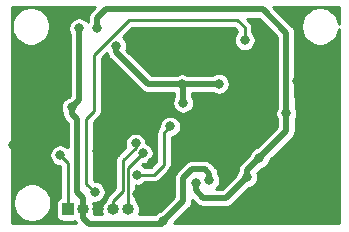
<source format=gbr>
G04 #@! TF.GenerationSoftware,KiCad,Pcbnew,(5.1.4)-1*
G04 #@! TF.CreationDate,2019-11-10T16:51:08-05:00*
G04 #@! TF.ProjectId,UniAmp,556e6941-6d70-42e6-9b69-6361645f7063,rev?*
G04 #@! TF.SameCoordinates,Original*
G04 #@! TF.FileFunction,Copper,L2,Bot*
G04 #@! TF.FilePolarity,Positive*
%FSLAX46Y46*%
G04 Gerber Fmt 4.6, Leading zero omitted, Abs format (unit mm)*
G04 Created by KiCad (PCBNEW (5.1.4)-1) date 2019-11-10 16:51:08*
%MOMM*%
%LPD*%
G04 APERTURE LIST*
%ADD10R,1.000000X1.000000*%
%ADD11O,1.000000X1.000000*%
%ADD12C,0.800000*%
%ADD13C,0.250000*%
%ADD14C,0.500000*%
%ADD15C,0.254000*%
G04 APERTURE END LIST*
D10*
X118360000Y-74230000D03*
D11*
X119630000Y-74230000D03*
X120900000Y-74230000D03*
X122170000Y-74230000D03*
X123440000Y-74230000D03*
D12*
X131120000Y-59720000D03*
X128420000Y-59700000D03*
X132110000Y-74790000D03*
X130860000Y-67940000D03*
X120760000Y-69320000D03*
X136280000Y-74860000D03*
X113690000Y-68780000D03*
X135560000Y-63330000D03*
X140230000Y-68950000D03*
X117350000Y-64620000D03*
X121840000Y-64020000D03*
X125480000Y-70240000D03*
X127250000Y-70870000D03*
X124210000Y-72920000D03*
X117680000Y-58860000D03*
X134920000Y-59930000D03*
X123025000Y-65675000D03*
X137725000Y-63325000D03*
X138150000Y-61275000D03*
X136830000Y-66100000D03*
X129140000Y-72020000D03*
X133500000Y-71500000D03*
X134540000Y-69880000D03*
X120811724Y-58858722D03*
X131120000Y-63600000D03*
X128090000Y-65200000D03*
X127990000Y-63637500D03*
X122430000Y-60380000D03*
X117690000Y-69650000D03*
X124060000Y-68650000D03*
X124670000Y-69480000D03*
X126990000Y-67210000D03*
X124220000Y-71282500D03*
X130300740Y-71770236D03*
X119280000Y-58900000D03*
X126400000Y-75225000D03*
X118650000Y-65600000D03*
X120600000Y-72750000D03*
X133300000Y-59900000D03*
D13*
X120760000Y-67870000D02*
X121690000Y-66940000D01*
X120760000Y-69320000D02*
X120760000Y-67870000D01*
X121690000Y-66940000D02*
X125290000Y-66940000D01*
X125290000Y-66940000D02*
X125720000Y-67370000D01*
X125720000Y-67370000D02*
X125720000Y-70000000D01*
X125720000Y-70000000D02*
X125480000Y-70240000D01*
X137725000Y-63325000D02*
X137725000Y-61700000D01*
X137725000Y-61700000D02*
X138150000Y-61275000D01*
D14*
X129140000Y-72585685D02*
X129814315Y-73260000D01*
X129140000Y-72020000D02*
X129140000Y-72585685D01*
X131740000Y-73260000D02*
X133500000Y-71500000D01*
X129814315Y-73260000D02*
X131740000Y-73260000D01*
X133500000Y-70920000D02*
X134540000Y-69880000D01*
X133500000Y-71500000D02*
X133500000Y-70920000D01*
X136830000Y-67590000D02*
X136830000Y-66100000D01*
X134540000Y-69880000D02*
X136830000Y-67590000D01*
D13*
X136830000Y-65534315D02*
X136825000Y-65529315D01*
X136830000Y-66100000D02*
X136830000Y-65534315D01*
D14*
X136825000Y-59275000D02*
X134850000Y-57300000D01*
X134850000Y-57300000D02*
X121525000Y-57300000D01*
X121525000Y-57300000D02*
X120811724Y-58013276D01*
X120811724Y-58013276D02*
X120811724Y-58858722D01*
X136830000Y-64780000D02*
X136825000Y-64775000D01*
X136830000Y-66100000D02*
X136830000Y-64780000D01*
X136825000Y-65529315D02*
X136825000Y-64775000D01*
X136825000Y-64775000D02*
X136825000Y-59275000D01*
X127424315Y-63637500D02*
X127990000Y-63637500D01*
X125121815Y-63637500D02*
X127424315Y-63637500D01*
X122430000Y-60945685D02*
X125121815Y-63637500D01*
X122430000Y-60380000D02*
X122430000Y-60945685D01*
X131082500Y-63637500D02*
X131120000Y-63600000D01*
X127990000Y-63637500D02*
X131082500Y-63637500D01*
X128090000Y-63737500D02*
X127990000Y-63637500D01*
X128090000Y-65200000D02*
X128090000Y-63737500D01*
D13*
X118360000Y-70320000D02*
X117690000Y-69650000D01*
X118360000Y-74230000D02*
X118360000Y-70320000D01*
X122170000Y-73522894D02*
X122170000Y-74230000D01*
X122989990Y-72702904D02*
X122170000Y-73522894D01*
X122989991Y-70087007D02*
X122989990Y-72702904D01*
X124060000Y-69016998D02*
X122989991Y-70087007D01*
X124060000Y-68650000D02*
X124060000Y-69016998D01*
X123440000Y-70710000D02*
X124670000Y-69480000D01*
X123440000Y-74230000D02*
X123440000Y-70710000D01*
X126990000Y-67210000D02*
X126480000Y-67720000D01*
X126480000Y-67720000D02*
X126480000Y-70440000D01*
X126480000Y-70440000D02*
X125637500Y-71282500D01*
X125637500Y-71282500D02*
X124220000Y-71282500D01*
D14*
X119280000Y-58900000D02*
X119280000Y-59465685D01*
X119630000Y-74937106D02*
X120117894Y-75425000D01*
X119630000Y-74230000D02*
X119630000Y-74937106D01*
X120117894Y-75425000D02*
X126275000Y-75425000D01*
D13*
X126275000Y-75425000D02*
X126275000Y-75350000D01*
X126275000Y-75350000D02*
X126400000Y-75225000D01*
D14*
X126400000Y-75225000D02*
X128100000Y-73525000D01*
X128100000Y-73525000D02*
X128100000Y-71575000D01*
X118650000Y-66165685D02*
X119100000Y-66615685D01*
X118650000Y-65600000D02*
X118650000Y-66165685D01*
X119100000Y-66615685D02*
X119100000Y-72725000D01*
X119630000Y-73255000D02*
X119630000Y-74230000D01*
X119100000Y-72725000D02*
X119630000Y-73255000D01*
X119280000Y-64970000D02*
X118650000Y-65600000D01*
X119280000Y-58900000D02*
X119280000Y-64970000D01*
X130300740Y-71204551D02*
X129946189Y-70850000D01*
X128825000Y-70850000D02*
X128100000Y-71575000D01*
X129946189Y-70850000D02*
X128825000Y-70850000D01*
X130300740Y-71770236D02*
X130300740Y-71204551D01*
D13*
X123483002Y-58200000D02*
X120550000Y-61133002D01*
X132675000Y-58200000D02*
X123483002Y-58200000D01*
X133300000Y-58825000D02*
X132675000Y-58200000D01*
X133300000Y-59900000D02*
X133300000Y-58825000D01*
X120600000Y-72750000D02*
X119900000Y-72050000D01*
X119900000Y-72050000D02*
X119900000Y-66550000D01*
X120550000Y-65900000D02*
X120550000Y-61133002D01*
X119900000Y-66550000D02*
X120550000Y-65900000D01*
D15*
G36*
X120289293Y-57436864D02*
G01*
X120259644Y-57461196D01*
X120235315Y-57490842D01*
X120162547Y-57579510D01*
X120122058Y-57655260D01*
X120090397Y-57714493D01*
X120045967Y-57860958D01*
X120037268Y-57949283D01*
X120030965Y-58013276D01*
X120034724Y-58051439D01*
X120034724Y-58353029D01*
X120032072Y-58356999D01*
X120000048Y-58309072D01*
X119870928Y-58179952D01*
X119719099Y-58078504D01*
X119550396Y-58008624D01*
X119371301Y-57973000D01*
X119188699Y-57973000D01*
X119009604Y-58008624D01*
X118840901Y-58078504D01*
X118689072Y-58179952D01*
X118559952Y-58309072D01*
X118458504Y-58460901D01*
X118388624Y-58629604D01*
X118353000Y-58808699D01*
X118353000Y-58991301D01*
X118388624Y-59170396D01*
X118458504Y-59339099D01*
X118503000Y-59405693D01*
X118503001Y-64648155D01*
X118458158Y-64692999D01*
X118379604Y-64708624D01*
X118210901Y-64778504D01*
X118059072Y-64879952D01*
X117929952Y-65009072D01*
X117828504Y-65160901D01*
X117758624Y-65329604D01*
X117723000Y-65508699D01*
X117723000Y-65691301D01*
X117758624Y-65870396D01*
X117828504Y-66039099D01*
X117873000Y-66105693D01*
X117873000Y-66127522D01*
X117869241Y-66165685D01*
X117873000Y-66203848D01*
X117873000Y-66203851D01*
X117884243Y-66318004D01*
X117928673Y-66464469D01*
X117950489Y-66505283D01*
X118000823Y-66599451D01*
X118065134Y-66677814D01*
X118097921Y-66717765D01*
X118127565Y-66742093D01*
X118323000Y-66937528D01*
X118323000Y-68972024D01*
X118280928Y-68929952D01*
X118129099Y-68828504D01*
X117960396Y-68758624D01*
X117781301Y-68723000D01*
X117598699Y-68723000D01*
X117419604Y-68758624D01*
X117250901Y-68828504D01*
X117099072Y-68929952D01*
X116969952Y-69059072D01*
X116868504Y-69210901D01*
X116798624Y-69379604D01*
X116763000Y-69558699D01*
X116763000Y-69741301D01*
X116798624Y-69920396D01*
X116868504Y-70089099D01*
X116969952Y-70240928D01*
X117099072Y-70370048D01*
X117250901Y-70471496D01*
X117419604Y-70541376D01*
X117598699Y-70577000D01*
X117694933Y-70577000D01*
X117708001Y-70590068D01*
X117708000Y-73225396D01*
X117657350Y-73240761D01*
X117565798Y-73289696D01*
X117485552Y-73355552D01*
X117419696Y-73435798D01*
X117370761Y-73527350D01*
X117340626Y-73626690D01*
X117330451Y-73730000D01*
X117330451Y-74730000D01*
X117340626Y-74833310D01*
X117370761Y-74932650D01*
X117419696Y-75024202D01*
X117485552Y-75104448D01*
X117565798Y-75170304D01*
X117657350Y-75219239D01*
X117756690Y-75249374D01*
X117860000Y-75259549D01*
X118860000Y-75259549D01*
X118918253Y-75253812D01*
X118980823Y-75370872D01*
X119011293Y-75408000D01*
X113562000Y-75408000D01*
X113562000Y-73499755D01*
X113673000Y-73499755D01*
X113673000Y-73820245D01*
X113735525Y-74134578D01*
X113858172Y-74430673D01*
X114036227Y-74697152D01*
X114262848Y-74923773D01*
X114529327Y-75101828D01*
X114825422Y-75224475D01*
X115139755Y-75287000D01*
X115460245Y-75287000D01*
X115774578Y-75224475D01*
X116070673Y-75101828D01*
X116337152Y-74923773D01*
X116563773Y-74697152D01*
X116741828Y-74430673D01*
X116864475Y-74134578D01*
X116927000Y-73820245D01*
X116927000Y-73499755D01*
X116864475Y-73185422D01*
X116741828Y-72889327D01*
X116563773Y-72622848D01*
X116337152Y-72396227D01*
X116070673Y-72218172D01*
X115774578Y-72095525D01*
X115460245Y-72033000D01*
X115139755Y-72033000D01*
X114825422Y-72095525D01*
X114529327Y-72218172D01*
X114262848Y-72396227D01*
X114036227Y-72622848D01*
X113858172Y-72889327D01*
X113735525Y-73185422D01*
X113673000Y-73499755D01*
X113562000Y-73499755D01*
X113562000Y-58569755D01*
X113573000Y-58569755D01*
X113573000Y-58890245D01*
X113635525Y-59204578D01*
X113758172Y-59500673D01*
X113936227Y-59767152D01*
X114162848Y-59993773D01*
X114429327Y-60171828D01*
X114725422Y-60294475D01*
X115039755Y-60357000D01*
X115360245Y-60357000D01*
X115674578Y-60294475D01*
X115970673Y-60171828D01*
X116237152Y-59993773D01*
X116463773Y-59767152D01*
X116641828Y-59500673D01*
X116764475Y-59204578D01*
X116827000Y-58890245D01*
X116827000Y-58569755D01*
X116764475Y-58255422D01*
X116641828Y-57959327D01*
X116463773Y-57692848D01*
X116237152Y-57466227D01*
X115970673Y-57288172D01*
X115674578Y-57165525D01*
X115360245Y-57103000D01*
X115039755Y-57103000D01*
X114725422Y-57165525D01*
X114429327Y-57288172D01*
X114162848Y-57466227D01*
X113936227Y-57692848D01*
X113758172Y-57959327D01*
X113635525Y-58255422D01*
X113573000Y-58569755D01*
X113562000Y-58569755D01*
X113562000Y-57082000D01*
X120644156Y-57082000D01*
X120289293Y-57436864D01*
X120289293Y-57436864D01*
G37*
X120289293Y-57436864D02*
X120259644Y-57461196D01*
X120235315Y-57490842D01*
X120162547Y-57579510D01*
X120122058Y-57655260D01*
X120090397Y-57714493D01*
X120045967Y-57860958D01*
X120037268Y-57949283D01*
X120030965Y-58013276D01*
X120034724Y-58051439D01*
X120034724Y-58353029D01*
X120032072Y-58356999D01*
X120000048Y-58309072D01*
X119870928Y-58179952D01*
X119719099Y-58078504D01*
X119550396Y-58008624D01*
X119371301Y-57973000D01*
X119188699Y-57973000D01*
X119009604Y-58008624D01*
X118840901Y-58078504D01*
X118689072Y-58179952D01*
X118559952Y-58309072D01*
X118458504Y-58460901D01*
X118388624Y-58629604D01*
X118353000Y-58808699D01*
X118353000Y-58991301D01*
X118388624Y-59170396D01*
X118458504Y-59339099D01*
X118503000Y-59405693D01*
X118503001Y-64648155D01*
X118458158Y-64692999D01*
X118379604Y-64708624D01*
X118210901Y-64778504D01*
X118059072Y-64879952D01*
X117929952Y-65009072D01*
X117828504Y-65160901D01*
X117758624Y-65329604D01*
X117723000Y-65508699D01*
X117723000Y-65691301D01*
X117758624Y-65870396D01*
X117828504Y-66039099D01*
X117873000Y-66105693D01*
X117873000Y-66127522D01*
X117869241Y-66165685D01*
X117873000Y-66203848D01*
X117873000Y-66203851D01*
X117884243Y-66318004D01*
X117928673Y-66464469D01*
X117950489Y-66505283D01*
X118000823Y-66599451D01*
X118065134Y-66677814D01*
X118097921Y-66717765D01*
X118127565Y-66742093D01*
X118323000Y-66937528D01*
X118323000Y-68972024D01*
X118280928Y-68929952D01*
X118129099Y-68828504D01*
X117960396Y-68758624D01*
X117781301Y-68723000D01*
X117598699Y-68723000D01*
X117419604Y-68758624D01*
X117250901Y-68828504D01*
X117099072Y-68929952D01*
X116969952Y-69059072D01*
X116868504Y-69210901D01*
X116798624Y-69379604D01*
X116763000Y-69558699D01*
X116763000Y-69741301D01*
X116798624Y-69920396D01*
X116868504Y-70089099D01*
X116969952Y-70240928D01*
X117099072Y-70370048D01*
X117250901Y-70471496D01*
X117419604Y-70541376D01*
X117598699Y-70577000D01*
X117694933Y-70577000D01*
X117708001Y-70590068D01*
X117708000Y-73225396D01*
X117657350Y-73240761D01*
X117565798Y-73289696D01*
X117485552Y-73355552D01*
X117419696Y-73435798D01*
X117370761Y-73527350D01*
X117340626Y-73626690D01*
X117330451Y-73730000D01*
X117330451Y-74730000D01*
X117340626Y-74833310D01*
X117370761Y-74932650D01*
X117419696Y-75024202D01*
X117485552Y-75104448D01*
X117565798Y-75170304D01*
X117657350Y-75219239D01*
X117756690Y-75249374D01*
X117860000Y-75259549D01*
X118860000Y-75259549D01*
X118918253Y-75253812D01*
X118980823Y-75370872D01*
X119011293Y-75408000D01*
X113562000Y-75408000D01*
X113562000Y-73499755D01*
X113673000Y-73499755D01*
X113673000Y-73820245D01*
X113735525Y-74134578D01*
X113858172Y-74430673D01*
X114036227Y-74697152D01*
X114262848Y-74923773D01*
X114529327Y-75101828D01*
X114825422Y-75224475D01*
X115139755Y-75287000D01*
X115460245Y-75287000D01*
X115774578Y-75224475D01*
X116070673Y-75101828D01*
X116337152Y-74923773D01*
X116563773Y-74697152D01*
X116741828Y-74430673D01*
X116864475Y-74134578D01*
X116927000Y-73820245D01*
X116927000Y-73499755D01*
X116864475Y-73185422D01*
X116741828Y-72889327D01*
X116563773Y-72622848D01*
X116337152Y-72396227D01*
X116070673Y-72218172D01*
X115774578Y-72095525D01*
X115460245Y-72033000D01*
X115139755Y-72033000D01*
X114825422Y-72095525D01*
X114529327Y-72218172D01*
X114262848Y-72396227D01*
X114036227Y-72622848D01*
X113858172Y-72889327D01*
X113735525Y-73185422D01*
X113673000Y-73499755D01*
X113562000Y-73499755D01*
X113562000Y-58569755D01*
X113573000Y-58569755D01*
X113573000Y-58890245D01*
X113635525Y-59204578D01*
X113758172Y-59500673D01*
X113936227Y-59767152D01*
X114162848Y-59993773D01*
X114429327Y-60171828D01*
X114725422Y-60294475D01*
X115039755Y-60357000D01*
X115360245Y-60357000D01*
X115674578Y-60294475D01*
X115970673Y-60171828D01*
X116237152Y-59993773D01*
X116463773Y-59767152D01*
X116641828Y-59500673D01*
X116764475Y-59204578D01*
X116827000Y-58890245D01*
X116827000Y-58569755D01*
X116764475Y-58255422D01*
X116641828Y-57959327D01*
X116463773Y-57692848D01*
X116237152Y-57466227D01*
X115970673Y-57288172D01*
X115674578Y-57165525D01*
X115360245Y-57103000D01*
X115039755Y-57103000D01*
X114725422Y-57165525D01*
X114429327Y-57288172D01*
X114162848Y-57466227D01*
X113936227Y-57692848D01*
X113758172Y-57959327D01*
X113635525Y-58255422D01*
X113573000Y-58569755D01*
X113562000Y-58569755D01*
X113562000Y-57082000D01*
X120644156Y-57082000D01*
X120289293Y-57436864D01*
G36*
X141298001Y-58534514D02*
G01*
X141244475Y-58265422D01*
X141121828Y-57969327D01*
X140943773Y-57702848D01*
X140717152Y-57476227D01*
X140450673Y-57298172D01*
X140154578Y-57175525D01*
X139840245Y-57113000D01*
X139519755Y-57113000D01*
X139205422Y-57175525D01*
X138909327Y-57298172D01*
X138642848Y-57476227D01*
X138416227Y-57702848D01*
X138238172Y-57969327D01*
X138115525Y-58265422D01*
X138053000Y-58579755D01*
X138053000Y-58900245D01*
X138115525Y-59214578D01*
X138238172Y-59510673D01*
X138416227Y-59777152D01*
X138642848Y-60003773D01*
X138909327Y-60181828D01*
X139205422Y-60304475D01*
X139519755Y-60367000D01*
X139840245Y-60367000D01*
X140154578Y-60304475D01*
X140450673Y-60181828D01*
X140717152Y-60003773D01*
X140943773Y-59777152D01*
X141121828Y-59510673D01*
X141244475Y-59214578D01*
X141298001Y-58945486D01*
X141298000Y-75408000D01*
X127315843Y-75408000D01*
X128622437Y-74101407D01*
X128652080Y-74077080D01*
X128681888Y-74040759D01*
X128749177Y-73958767D01*
X128821327Y-73823784D01*
X128849776Y-73730000D01*
X128865757Y-73677319D01*
X128877000Y-73563166D01*
X128877000Y-73563157D01*
X128880758Y-73525001D01*
X128877000Y-73486845D01*
X128877000Y-73421528D01*
X129237907Y-73782436D01*
X129262235Y-73812080D01*
X129291879Y-73836408D01*
X129291880Y-73836409D01*
X129380548Y-73909177D01*
X129506177Y-73976327D01*
X129515531Y-73981327D01*
X129661996Y-74025757D01*
X129776149Y-74037000D01*
X129776158Y-74037000D01*
X129814314Y-74040758D01*
X129852470Y-74037000D01*
X131701837Y-74037000D01*
X131740000Y-74040759D01*
X131778163Y-74037000D01*
X131778166Y-74037000D01*
X131892319Y-74025757D01*
X132038784Y-73981327D01*
X132173766Y-73909177D01*
X132292080Y-73812080D01*
X132316412Y-73782431D01*
X133691843Y-72407001D01*
X133770396Y-72391376D01*
X133939099Y-72321496D01*
X134090928Y-72220048D01*
X134220048Y-72090928D01*
X134321496Y-71939099D01*
X134391376Y-71770396D01*
X134427000Y-71591301D01*
X134427000Y-71408699D01*
X134391376Y-71229604D01*
X134361461Y-71157383D01*
X134731842Y-70787001D01*
X134810396Y-70771376D01*
X134979099Y-70701496D01*
X135130928Y-70600048D01*
X135260048Y-70470928D01*
X135361496Y-70319099D01*
X135431376Y-70150396D01*
X135447001Y-70071842D01*
X137352437Y-68166407D01*
X137382080Y-68142080D01*
X137429759Y-68083983D01*
X137479177Y-68023767D01*
X137551327Y-67888784D01*
X137563755Y-67847814D01*
X137595757Y-67742319D01*
X137607000Y-67628166D01*
X137607000Y-67628157D01*
X137610758Y-67590001D01*
X137607000Y-67551845D01*
X137607000Y-66605693D01*
X137651496Y-66539099D01*
X137721376Y-66370396D01*
X137757000Y-66191301D01*
X137757000Y-66008699D01*
X137721376Y-65829604D01*
X137651496Y-65660901D01*
X137607000Y-65594307D01*
X137607000Y-64818155D01*
X137610758Y-64779999D01*
X137607000Y-64741844D01*
X137607000Y-64741834D01*
X137602000Y-64691068D01*
X137602000Y-59313163D01*
X137605759Y-59275000D01*
X137597287Y-59188983D01*
X137590757Y-59122681D01*
X137546327Y-58976216D01*
X137479932Y-58852000D01*
X137474177Y-58841233D01*
X137401409Y-58752565D01*
X137401408Y-58752564D01*
X137377080Y-58722920D01*
X137347436Y-58698592D01*
X135730843Y-57082000D01*
X141298001Y-57082000D01*
X141298001Y-58534514D01*
X141298001Y-58534514D01*
G37*
X141298001Y-58534514D02*
X141244475Y-58265422D01*
X141121828Y-57969327D01*
X140943773Y-57702848D01*
X140717152Y-57476227D01*
X140450673Y-57298172D01*
X140154578Y-57175525D01*
X139840245Y-57113000D01*
X139519755Y-57113000D01*
X139205422Y-57175525D01*
X138909327Y-57298172D01*
X138642848Y-57476227D01*
X138416227Y-57702848D01*
X138238172Y-57969327D01*
X138115525Y-58265422D01*
X138053000Y-58579755D01*
X138053000Y-58900245D01*
X138115525Y-59214578D01*
X138238172Y-59510673D01*
X138416227Y-59777152D01*
X138642848Y-60003773D01*
X138909327Y-60181828D01*
X139205422Y-60304475D01*
X139519755Y-60367000D01*
X139840245Y-60367000D01*
X140154578Y-60304475D01*
X140450673Y-60181828D01*
X140717152Y-60003773D01*
X140943773Y-59777152D01*
X141121828Y-59510673D01*
X141244475Y-59214578D01*
X141298001Y-58945486D01*
X141298000Y-75408000D01*
X127315843Y-75408000D01*
X128622437Y-74101407D01*
X128652080Y-74077080D01*
X128681888Y-74040759D01*
X128749177Y-73958767D01*
X128821327Y-73823784D01*
X128849776Y-73730000D01*
X128865757Y-73677319D01*
X128877000Y-73563166D01*
X128877000Y-73563157D01*
X128880758Y-73525001D01*
X128877000Y-73486845D01*
X128877000Y-73421528D01*
X129237907Y-73782436D01*
X129262235Y-73812080D01*
X129291879Y-73836408D01*
X129291880Y-73836409D01*
X129380548Y-73909177D01*
X129506177Y-73976327D01*
X129515531Y-73981327D01*
X129661996Y-74025757D01*
X129776149Y-74037000D01*
X129776158Y-74037000D01*
X129814314Y-74040758D01*
X129852470Y-74037000D01*
X131701837Y-74037000D01*
X131740000Y-74040759D01*
X131778163Y-74037000D01*
X131778166Y-74037000D01*
X131892319Y-74025757D01*
X132038784Y-73981327D01*
X132173766Y-73909177D01*
X132292080Y-73812080D01*
X132316412Y-73782431D01*
X133691843Y-72407001D01*
X133770396Y-72391376D01*
X133939099Y-72321496D01*
X134090928Y-72220048D01*
X134220048Y-72090928D01*
X134321496Y-71939099D01*
X134391376Y-71770396D01*
X134427000Y-71591301D01*
X134427000Y-71408699D01*
X134391376Y-71229604D01*
X134361461Y-71157383D01*
X134731842Y-70787001D01*
X134810396Y-70771376D01*
X134979099Y-70701496D01*
X135130928Y-70600048D01*
X135260048Y-70470928D01*
X135361496Y-70319099D01*
X135431376Y-70150396D01*
X135447001Y-70071842D01*
X137352437Y-68166407D01*
X137382080Y-68142080D01*
X137429759Y-68083983D01*
X137479177Y-68023767D01*
X137551327Y-67888784D01*
X137563755Y-67847814D01*
X137595757Y-67742319D01*
X137607000Y-67628166D01*
X137607000Y-67628157D01*
X137610758Y-67590001D01*
X137607000Y-67551845D01*
X137607000Y-66605693D01*
X137651496Y-66539099D01*
X137721376Y-66370396D01*
X137757000Y-66191301D01*
X137757000Y-66008699D01*
X137721376Y-65829604D01*
X137651496Y-65660901D01*
X137607000Y-65594307D01*
X137607000Y-64818155D01*
X137610758Y-64779999D01*
X137607000Y-64741844D01*
X137607000Y-64741834D01*
X137602000Y-64691068D01*
X137602000Y-59313163D01*
X137605759Y-59275000D01*
X137597287Y-59188983D01*
X137590757Y-59122681D01*
X137546327Y-58976216D01*
X137479932Y-58852000D01*
X137474177Y-58841233D01*
X137401409Y-58752565D01*
X137401408Y-58752564D01*
X137377080Y-58722920D01*
X137347436Y-58698592D01*
X135730843Y-57082000D01*
X141298001Y-57082000D01*
X141298001Y-58534514D01*
G36*
X136048001Y-59596845D02*
G01*
X136048000Y-64736834D01*
X136044241Y-64775000D01*
X136048000Y-64813163D01*
X136048000Y-65567480D01*
X136050945Y-65597383D01*
X136008504Y-65660901D01*
X135938624Y-65829604D01*
X135903000Y-66008699D01*
X135903000Y-66191301D01*
X135938624Y-66370396D01*
X136008504Y-66539099D01*
X136053001Y-66605694D01*
X136053000Y-67268156D01*
X134348158Y-68972999D01*
X134269604Y-68988624D01*
X134100901Y-69058504D01*
X133949072Y-69159952D01*
X133819952Y-69289072D01*
X133718504Y-69440901D01*
X133648624Y-69609604D01*
X133632999Y-69688158D01*
X132977565Y-70343592D01*
X132947921Y-70367920D01*
X132923593Y-70397564D01*
X132923591Y-70397566D01*
X132850823Y-70486234D01*
X132816089Y-70551217D01*
X132778673Y-70621216D01*
X132734243Y-70767681D01*
X132725774Y-70853673D01*
X132719241Y-70920000D01*
X132723000Y-70958163D01*
X132723000Y-70994307D01*
X132678504Y-71060901D01*
X132608624Y-71229604D01*
X132592999Y-71308157D01*
X131418157Y-72483000D01*
X130898952Y-72483000D01*
X131020788Y-72361164D01*
X131122236Y-72209335D01*
X131192116Y-72040632D01*
X131227740Y-71861537D01*
X131227740Y-71678935D01*
X131192116Y-71499840D01*
X131122236Y-71331137D01*
X131077740Y-71264543D01*
X131077740Y-71242714D01*
X131081499Y-71204551D01*
X131077740Y-71166385D01*
X131066497Y-71052232D01*
X131022067Y-70905767D01*
X130949917Y-70770785D01*
X130852820Y-70652471D01*
X130823170Y-70628138D01*
X130522602Y-70327570D01*
X130498269Y-70297920D01*
X130379955Y-70200823D01*
X130244973Y-70128673D01*
X130098508Y-70084243D01*
X129984355Y-70073000D01*
X129984352Y-70073000D01*
X129946189Y-70069241D01*
X129908026Y-70073000D01*
X128863163Y-70073000D01*
X128825000Y-70069241D01*
X128786836Y-70073000D01*
X128786834Y-70073000D01*
X128672681Y-70084243D01*
X128526216Y-70128673D01*
X128458725Y-70164748D01*
X128391233Y-70200823D01*
X128335288Y-70246736D01*
X128272920Y-70297920D01*
X128248592Y-70327564D01*
X127577565Y-70998592D01*
X127547921Y-71022920D01*
X127523593Y-71052564D01*
X127523591Y-71052566D01*
X127450823Y-71141234D01*
X127378673Y-71276217D01*
X127355149Y-71353766D01*
X127338486Y-71408699D01*
X127334244Y-71422682D01*
X127319241Y-71575000D01*
X127323001Y-71613173D01*
X127323000Y-73203156D01*
X126208158Y-74317999D01*
X126129604Y-74333624D01*
X125960901Y-74403504D01*
X125809072Y-74504952D01*
X125679952Y-74634072D01*
X125670646Y-74648000D01*
X124381077Y-74648000D01*
X124393415Y-74624917D01*
X124452140Y-74431327D01*
X124471969Y-74230000D01*
X124452140Y-74028673D01*
X124393415Y-73835083D01*
X124298051Y-73656669D01*
X124169712Y-73500288D01*
X124092000Y-73436511D01*
X124092000Y-72202200D01*
X124128699Y-72209500D01*
X124311301Y-72209500D01*
X124490396Y-72173876D01*
X124659099Y-72103996D01*
X124810928Y-72002548D01*
X124878976Y-71934500D01*
X125605478Y-71934500D01*
X125637500Y-71937654D01*
X125669522Y-71934500D01*
X125765314Y-71925065D01*
X125888217Y-71887783D01*
X126001484Y-71827241D01*
X126100764Y-71745764D01*
X126121185Y-71720882D01*
X126918387Y-70923680D01*
X126943264Y-70903264D01*
X127024741Y-70803984D01*
X127085283Y-70690717D01*
X127122565Y-70567815D01*
X127135154Y-70440000D01*
X127132000Y-70407978D01*
X127132000Y-68126915D01*
X127260396Y-68101376D01*
X127429099Y-68031496D01*
X127580928Y-67930048D01*
X127710048Y-67800928D01*
X127811496Y-67649099D01*
X127881376Y-67480396D01*
X127917000Y-67301301D01*
X127917000Y-67118699D01*
X127881376Y-66939604D01*
X127811496Y-66770901D01*
X127710048Y-66619072D01*
X127580928Y-66489952D01*
X127429099Y-66388504D01*
X127260396Y-66318624D01*
X127081301Y-66283000D01*
X126898699Y-66283000D01*
X126719604Y-66318624D01*
X126550901Y-66388504D01*
X126399072Y-66489952D01*
X126269952Y-66619072D01*
X126168504Y-66770901D01*
X126098624Y-66939604D01*
X126063000Y-67118699D01*
X126063000Y-67214934D01*
X126041618Y-67236316D01*
X126016736Y-67256736D01*
X125935259Y-67356017D01*
X125879297Y-67460716D01*
X125874717Y-67469284D01*
X125837435Y-67592186D01*
X125824846Y-67720000D01*
X125828000Y-67752022D01*
X125828001Y-70169932D01*
X125367434Y-70630500D01*
X124878976Y-70630500D01*
X124810928Y-70562452D01*
X124659099Y-70461004D01*
X124625132Y-70446934D01*
X124665067Y-70407000D01*
X124761301Y-70407000D01*
X124940396Y-70371376D01*
X125109099Y-70301496D01*
X125260928Y-70200048D01*
X125390048Y-70070928D01*
X125491496Y-69919099D01*
X125561376Y-69750396D01*
X125597000Y-69571301D01*
X125597000Y-69388699D01*
X125561376Y-69209604D01*
X125491496Y-69040901D01*
X125390048Y-68889072D01*
X125260928Y-68759952D01*
X125109099Y-68658504D01*
X124987000Y-68607928D01*
X124987000Y-68558699D01*
X124951376Y-68379604D01*
X124881496Y-68210901D01*
X124780048Y-68059072D01*
X124650928Y-67929952D01*
X124499099Y-67828504D01*
X124330396Y-67758624D01*
X124151301Y-67723000D01*
X123968699Y-67723000D01*
X123789604Y-67758624D01*
X123620901Y-67828504D01*
X123469072Y-67929952D01*
X123339952Y-68059072D01*
X123238504Y-68210901D01*
X123168624Y-68379604D01*
X123133000Y-68558699D01*
X123133000Y-68741301D01*
X123168624Y-68920396D01*
X123187929Y-68967002D01*
X122551605Y-69603327D01*
X122526728Y-69623743D01*
X122445251Y-69723023D01*
X122415965Y-69777814D01*
X122384708Y-69836291D01*
X122347426Y-69959193D01*
X122334837Y-70087007D01*
X122337992Y-70119039D01*
X122337990Y-72432837D01*
X121731618Y-73039210D01*
X121706736Y-73059630D01*
X121625259Y-73158911D01*
X121589283Y-73226218D01*
X121564717Y-73272178D01*
X121527435Y-73395080D01*
X121523825Y-73431731D01*
X121440288Y-73500288D01*
X121311949Y-73656669D01*
X121216585Y-73835083D01*
X121157860Y-74028673D01*
X121138031Y-74230000D01*
X121157860Y-74431327D01*
X121216585Y-74624917D01*
X121228923Y-74648000D01*
X120571077Y-74648000D01*
X120583415Y-74624917D01*
X120642140Y-74431327D01*
X120661969Y-74230000D01*
X120642140Y-74028673D01*
X120583415Y-73835083D01*
X120497754Y-73674823D01*
X120508699Y-73677000D01*
X120691301Y-73677000D01*
X120870396Y-73641376D01*
X121039099Y-73571496D01*
X121190928Y-73470048D01*
X121320048Y-73340928D01*
X121421496Y-73189099D01*
X121491376Y-73020396D01*
X121527000Y-72841301D01*
X121527000Y-72658699D01*
X121491376Y-72479604D01*
X121421496Y-72310901D01*
X121320048Y-72159072D01*
X121190928Y-72029952D01*
X121039099Y-71928504D01*
X120870396Y-71858624D01*
X120691301Y-71823000D01*
X120595066Y-71823000D01*
X120552000Y-71779934D01*
X120552000Y-66820066D01*
X120988388Y-66383679D01*
X121013264Y-66363264D01*
X121094741Y-66263984D01*
X121155283Y-66150717D01*
X121174691Y-66086736D01*
X121192565Y-66027815D01*
X121205154Y-65900000D01*
X121202000Y-65867978D01*
X121202000Y-61403068D01*
X121650150Y-60954918D01*
X121653000Y-60983848D01*
X121653000Y-60983851D01*
X121664243Y-61098004D01*
X121708673Y-61244469D01*
X121733805Y-61291487D01*
X121780823Y-61379451D01*
X121853591Y-61468119D01*
X121877921Y-61497765D01*
X121907565Y-61522093D01*
X124545405Y-64159934D01*
X124569735Y-64189580D01*
X124599379Y-64213908D01*
X124599380Y-64213909D01*
X124688048Y-64286677D01*
X124750481Y-64320048D01*
X124823031Y-64358827D01*
X124969496Y-64403257D01*
X125083649Y-64414500D01*
X125083658Y-64414500D01*
X125121814Y-64418258D01*
X125159970Y-64414500D01*
X127313001Y-64414500D01*
X127313000Y-64694307D01*
X127268504Y-64760901D01*
X127198624Y-64929604D01*
X127163000Y-65108699D01*
X127163000Y-65291301D01*
X127198624Y-65470396D01*
X127268504Y-65639099D01*
X127369952Y-65790928D01*
X127499072Y-65920048D01*
X127650901Y-66021496D01*
X127819604Y-66091376D01*
X127998699Y-66127000D01*
X128181301Y-66127000D01*
X128360396Y-66091376D01*
X128529099Y-66021496D01*
X128680928Y-65920048D01*
X128810048Y-65790928D01*
X128911496Y-65639099D01*
X128981376Y-65470396D01*
X129017000Y-65291301D01*
X129017000Y-65108699D01*
X128981376Y-64929604D01*
X128911496Y-64760901D01*
X128867000Y-64694307D01*
X128867000Y-64414500D01*
X130670431Y-64414500D01*
X130680901Y-64421496D01*
X130849604Y-64491376D01*
X131028699Y-64527000D01*
X131211301Y-64527000D01*
X131390396Y-64491376D01*
X131559099Y-64421496D01*
X131710928Y-64320048D01*
X131840048Y-64190928D01*
X131941496Y-64039099D01*
X132011376Y-63870396D01*
X132047000Y-63691301D01*
X132047000Y-63508699D01*
X132011376Y-63329604D01*
X131941496Y-63160901D01*
X131840048Y-63009072D01*
X131710928Y-62879952D01*
X131559099Y-62778504D01*
X131390396Y-62708624D01*
X131211301Y-62673000D01*
X131028699Y-62673000D01*
X130849604Y-62708624D01*
X130680901Y-62778504D01*
X130558184Y-62860500D01*
X128495693Y-62860500D01*
X128429099Y-62816004D01*
X128260396Y-62746124D01*
X128081301Y-62710500D01*
X127898699Y-62710500D01*
X127719604Y-62746124D01*
X127550901Y-62816004D01*
X127484307Y-62860500D01*
X125443659Y-62860500D01*
X123295653Y-60712495D01*
X123321376Y-60650396D01*
X123357000Y-60471301D01*
X123357000Y-60288699D01*
X123321376Y-60109604D01*
X123251496Y-59940901D01*
X123150048Y-59789072D01*
X123020928Y-59659952D01*
X122975482Y-59629586D01*
X123753069Y-58852000D01*
X132404934Y-58852000D01*
X132648001Y-59095067D01*
X132648001Y-59241023D01*
X132579952Y-59309072D01*
X132478504Y-59460901D01*
X132408624Y-59629604D01*
X132373000Y-59808699D01*
X132373000Y-59991301D01*
X132408624Y-60170396D01*
X132478504Y-60339099D01*
X132579952Y-60490928D01*
X132709072Y-60620048D01*
X132860901Y-60721496D01*
X133029604Y-60791376D01*
X133208699Y-60827000D01*
X133391301Y-60827000D01*
X133570396Y-60791376D01*
X133739099Y-60721496D01*
X133890928Y-60620048D01*
X134020048Y-60490928D01*
X134121496Y-60339099D01*
X134191376Y-60170396D01*
X134227000Y-59991301D01*
X134227000Y-59808699D01*
X134191376Y-59629604D01*
X134121496Y-59460901D01*
X134020048Y-59309072D01*
X133952000Y-59241024D01*
X133952000Y-58857014D01*
X133955153Y-58824999D01*
X133952000Y-58792985D01*
X133952000Y-58792978D01*
X133942565Y-58697186D01*
X133920918Y-58625823D01*
X133905283Y-58574283D01*
X133899778Y-58563984D01*
X133844741Y-58461016D01*
X133763264Y-58361736D01*
X133738386Y-58341320D01*
X133474067Y-58077000D01*
X134528157Y-58077000D01*
X136048001Y-59596845D01*
X136048001Y-59596845D01*
G37*
X136048001Y-59596845D02*
X136048000Y-64736834D01*
X136044241Y-64775000D01*
X136048000Y-64813163D01*
X136048000Y-65567480D01*
X136050945Y-65597383D01*
X136008504Y-65660901D01*
X135938624Y-65829604D01*
X135903000Y-66008699D01*
X135903000Y-66191301D01*
X135938624Y-66370396D01*
X136008504Y-66539099D01*
X136053001Y-66605694D01*
X136053000Y-67268156D01*
X134348158Y-68972999D01*
X134269604Y-68988624D01*
X134100901Y-69058504D01*
X133949072Y-69159952D01*
X133819952Y-69289072D01*
X133718504Y-69440901D01*
X133648624Y-69609604D01*
X133632999Y-69688158D01*
X132977565Y-70343592D01*
X132947921Y-70367920D01*
X132923593Y-70397564D01*
X132923591Y-70397566D01*
X132850823Y-70486234D01*
X132816089Y-70551217D01*
X132778673Y-70621216D01*
X132734243Y-70767681D01*
X132725774Y-70853673D01*
X132719241Y-70920000D01*
X132723000Y-70958163D01*
X132723000Y-70994307D01*
X132678504Y-71060901D01*
X132608624Y-71229604D01*
X132592999Y-71308157D01*
X131418157Y-72483000D01*
X130898952Y-72483000D01*
X131020788Y-72361164D01*
X131122236Y-72209335D01*
X131192116Y-72040632D01*
X131227740Y-71861537D01*
X131227740Y-71678935D01*
X131192116Y-71499840D01*
X131122236Y-71331137D01*
X131077740Y-71264543D01*
X131077740Y-71242714D01*
X131081499Y-71204551D01*
X131077740Y-71166385D01*
X131066497Y-71052232D01*
X131022067Y-70905767D01*
X130949917Y-70770785D01*
X130852820Y-70652471D01*
X130823170Y-70628138D01*
X130522602Y-70327570D01*
X130498269Y-70297920D01*
X130379955Y-70200823D01*
X130244973Y-70128673D01*
X130098508Y-70084243D01*
X129984355Y-70073000D01*
X129984352Y-70073000D01*
X129946189Y-70069241D01*
X129908026Y-70073000D01*
X128863163Y-70073000D01*
X128825000Y-70069241D01*
X128786836Y-70073000D01*
X128786834Y-70073000D01*
X128672681Y-70084243D01*
X128526216Y-70128673D01*
X128458725Y-70164748D01*
X128391233Y-70200823D01*
X128335288Y-70246736D01*
X128272920Y-70297920D01*
X128248592Y-70327564D01*
X127577565Y-70998592D01*
X127547921Y-71022920D01*
X127523593Y-71052564D01*
X127523591Y-71052566D01*
X127450823Y-71141234D01*
X127378673Y-71276217D01*
X127355149Y-71353766D01*
X127338486Y-71408699D01*
X127334244Y-71422682D01*
X127319241Y-71575000D01*
X127323001Y-71613173D01*
X127323000Y-73203156D01*
X126208158Y-74317999D01*
X126129604Y-74333624D01*
X125960901Y-74403504D01*
X125809072Y-74504952D01*
X125679952Y-74634072D01*
X125670646Y-74648000D01*
X124381077Y-74648000D01*
X124393415Y-74624917D01*
X124452140Y-74431327D01*
X124471969Y-74230000D01*
X124452140Y-74028673D01*
X124393415Y-73835083D01*
X124298051Y-73656669D01*
X124169712Y-73500288D01*
X124092000Y-73436511D01*
X124092000Y-72202200D01*
X124128699Y-72209500D01*
X124311301Y-72209500D01*
X124490396Y-72173876D01*
X124659099Y-72103996D01*
X124810928Y-72002548D01*
X124878976Y-71934500D01*
X125605478Y-71934500D01*
X125637500Y-71937654D01*
X125669522Y-71934500D01*
X125765314Y-71925065D01*
X125888217Y-71887783D01*
X126001484Y-71827241D01*
X126100764Y-71745764D01*
X126121185Y-71720882D01*
X126918387Y-70923680D01*
X126943264Y-70903264D01*
X127024741Y-70803984D01*
X127085283Y-70690717D01*
X127122565Y-70567815D01*
X127135154Y-70440000D01*
X127132000Y-70407978D01*
X127132000Y-68126915D01*
X127260396Y-68101376D01*
X127429099Y-68031496D01*
X127580928Y-67930048D01*
X127710048Y-67800928D01*
X127811496Y-67649099D01*
X127881376Y-67480396D01*
X127917000Y-67301301D01*
X127917000Y-67118699D01*
X127881376Y-66939604D01*
X127811496Y-66770901D01*
X127710048Y-66619072D01*
X127580928Y-66489952D01*
X127429099Y-66388504D01*
X127260396Y-66318624D01*
X127081301Y-66283000D01*
X126898699Y-66283000D01*
X126719604Y-66318624D01*
X126550901Y-66388504D01*
X126399072Y-66489952D01*
X126269952Y-66619072D01*
X126168504Y-66770901D01*
X126098624Y-66939604D01*
X126063000Y-67118699D01*
X126063000Y-67214934D01*
X126041618Y-67236316D01*
X126016736Y-67256736D01*
X125935259Y-67356017D01*
X125879297Y-67460716D01*
X125874717Y-67469284D01*
X125837435Y-67592186D01*
X125824846Y-67720000D01*
X125828000Y-67752022D01*
X125828001Y-70169932D01*
X125367434Y-70630500D01*
X124878976Y-70630500D01*
X124810928Y-70562452D01*
X124659099Y-70461004D01*
X124625132Y-70446934D01*
X124665067Y-70407000D01*
X124761301Y-70407000D01*
X124940396Y-70371376D01*
X125109099Y-70301496D01*
X125260928Y-70200048D01*
X125390048Y-70070928D01*
X125491496Y-69919099D01*
X125561376Y-69750396D01*
X125597000Y-69571301D01*
X125597000Y-69388699D01*
X125561376Y-69209604D01*
X125491496Y-69040901D01*
X125390048Y-68889072D01*
X125260928Y-68759952D01*
X125109099Y-68658504D01*
X124987000Y-68607928D01*
X124987000Y-68558699D01*
X124951376Y-68379604D01*
X124881496Y-68210901D01*
X124780048Y-68059072D01*
X124650928Y-67929952D01*
X124499099Y-67828504D01*
X124330396Y-67758624D01*
X124151301Y-67723000D01*
X123968699Y-67723000D01*
X123789604Y-67758624D01*
X123620901Y-67828504D01*
X123469072Y-67929952D01*
X123339952Y-68059072D01*
X123238504Y-68210901D01*
X123168624Y-68379604D01*
X123133000Y-68558699D01*
X123133000Y-68741301D01*
X123168624Y-68920396D01*
X123187929Y-68967002D01*
X122551605Y-69603327D01*
X122526728Y-69623743D01*
X122445251Y-69723023D01*
X122415965Y-69777814D01*
X122384708Y-69836291D01*
X122347426Y-69959193D01*
X122334837Y-70087007D01*
X122337992Y-70119039D01*
X122337990Y-72432837D01*
X121731618Y-73039210D01*
X121706736Y-73059630D01*
X121625259Y-73158911D01*
X121589283Y-73226218D01*
X121564717Y-73272178D01*
X121527435Y-73395080D01*
X121523825Y-73431731D01*
X121440288Y-73500288D01*
X121311949Y-73656669D01*
X121216585Y-73835083D01*
X121157860Y-74028673D01*
X121138031Y-74230000D01*
X121157860Y-74431327D01*
X121216585Y-74624917D01*
X121228923Y-74648000D01*
X120571077Y-74648000D01*
X120583415Y-74624917D01*
X120642140Y-74431327D01*
X120661969Y-74230000D01*
X120642140Y-74028673D01*
X120583415Y-73835083D01*
X120497754Y-73674823D01*
X120508699Y-73677000D01*
X120691301Y-73677000D01*
X120870396Y-73641376D01*
X121039099Y-73571496D01*
X121190928Y-73470048D01*
X121320048Y-73340928D01*
X121421496Y-73189099D01*
X121491376Y-73020396D01*
X121527000Y-72841301D01*
X121527000Y-72658699D01*
X121491376Y-72479604D01*
X121421496Y-72310901D01*
X121320048Y-72159072D01*
X121190928Y-72029952D01*
X121039099Y-71928504D01*
X120870396Y-71858624D01*
X120691301Y-71823000D01*
X120595066Y-71823000D01*
X120552000Y-71779934D01*
X120552000Y-66820066D01*
X120988388Y-66383679D01*
X121013264Y-66363264D01*
X121094741Y-66263984D01*
X121155283Y-66150717D01*
X121174691Y-66086736D01*
X121192565Y-66027815D01*
X121205154Y-65900000D01*
X121202000Y-65867978D01*
X121202000Y-61403068D01*
X121650150Y-60954918D01*
X121653000Y-60983848D01*
X121653000Y-60983851D01*
X121664243Y-61098004D01*
X121708673Y-61244469D01*
X121733805Y-61291487D01*
X121780823Y-61379451D01*
X121853591Y-61468119D01*
X121877921Y-61497765D01*
X121907565Y-61522093D01*
X124545405Y-64159934D01*
X124569735Y-64189580D01*
X124599379Y-64213908D01*
X124599380Y-64213909D01*
X124688048Y-64286677D01*
X124750481Y-64320048D01*
X124823031Y-64358827D01*
X124969496Y-64403257D01*
X125083649Y-64414500D01*
X125083658Y-64414500D01*
X125121814Y-64418258D01*
X125159970Y-64414500D01*
X127313001Y-64414500D01*
X127313000Y-64694307D01*
X127268504Y-64760901D01*
X127198624Y-64929604D01*
X127163000Y-65108699D01*
X127163000Y-65291301D01*
X127198624Y-65470396D01*
X127268504Y-65639099D01*
X127369952Y-65790928D01*
X127499072Y-65920048D01*
X127650901Y-66021496D01*
X127819604Y-66091376D01*
X127998699Y-66127000D01*
X128181301Y-66127000D01*
X128360396Y-66091376D01*
X128529099Y-66021496D01*
X128680928Y-65920048D01*
X128810048Y-65790928D01*
X128911496Y-65639099D01*
X128981376Y-65470396D01*
X129017000Y-65291301D01*
X129017000Y-65108699D01*
X128981376Y-64929604D01*
X128911496Y-64760901D01*
X128867000Y-64694307D01*
X128867000Y-64414500D01*
X130670431Y-64414500D01*
X130680901Y-64421496D01*
X130849604Y-64491376D01*
X131028699Y-64527000D01*
X131211301Y-64527000D01*
X131390396Y-64491376D01*
X131559099Y-64421496D01*
X131710928Y-64320048D01*
X131840048Y-64190928D01*
X131941496Y-64039099D01*
X132011376Y-63870396D01*
X132047000Y-63691301D01*
X132047000Y-63508699D01*
X132011376Y-63329604D01*
X131941496Y-63160901D01*
X131840048Y-63009072D01*
X131710928Y-62879952D01*
X131559099Y-62778504D01*
X131390396Y-62708624D01*
X131211301Y-62673000D01*
X131028699Y-62673000D01*
X130849604Y-62708624D01*
X130680901Y-62778504D01*
X130558184Y-62860500D01*
X128495693Y-62860500D01*
X128429099Y-62816004D01*
X128260396Y-62746124D01*
X128081301Y-62710500D01*
X127898699Y-62710500D01*
X127719604Y-62746124D01*
X127550901Y-62816004D01*
X127484307Y-62860500D01*
X125443659Y-62860500D01*
X123295653Y-60712495D01*
X123321376Y-60650396D01*
X123357000Y-60471301D01*
X123357000Y-60288699D01*
X123321376Y-60109604D01*
X123251496Y-59940901D01*
X123150048Y-59789072D01*
X123020928Y-59659952D01*
X122975482Y-59629586D01*
X123753069Y-58852000D01*
X132404934Y-58852000D01*
X132648001Y-59095067D01*
X132648001Y-59241023D01*
X132579952Y-59309072D01*
X132478504Y-59460901D01*
X132408624Y-59629604D01*
X132373000Y-59808699D01*
X132373000Y-59991301D01*
X132408624Y-60170396D01*
X132478504Y-60339099D01*
X132579952Y-60490928D01*
X132709072Y-60620048D01*
X132860901Y-60721496D01*
X133029604Y-60791376D01*
X133208699Y-60827000D01*
X133391301Y-60827000D01*
X133570396Y-60791376D01*
X133739099Y-60721496D01*
X133890928Y-60620048D01*
X134020048Y-60490928D01*
X134121496Y-60339099D01*
X134191376Y-60170396D01*
X134227000Y-59991301D01*
X134227000Y-59808699D01*
X134191376Y-59629604D01*
X134121496Y-59460901D01*
X134020048Y-59309072D01*
X133952000Y-59241024D01*
X133952000Y-58857014D01*
X133955153Y-58824999D01*
X133952000Y-58792985D01*
X133952000Y-58792978D01*
X133942565Y-58697186D01*
X133920918Y-58625823D01*
X133905283Y-58574283D01*
X133899778Y-58563984D01*
X133844741Y-58461016D01*
X133763264Y-58361736D01*
X133738386Y-58341320D01*
X133474067Y-58077000D01*
X134528157Y-58077000D01*
X136048001Y-59596845D01*
M02*

</source>
